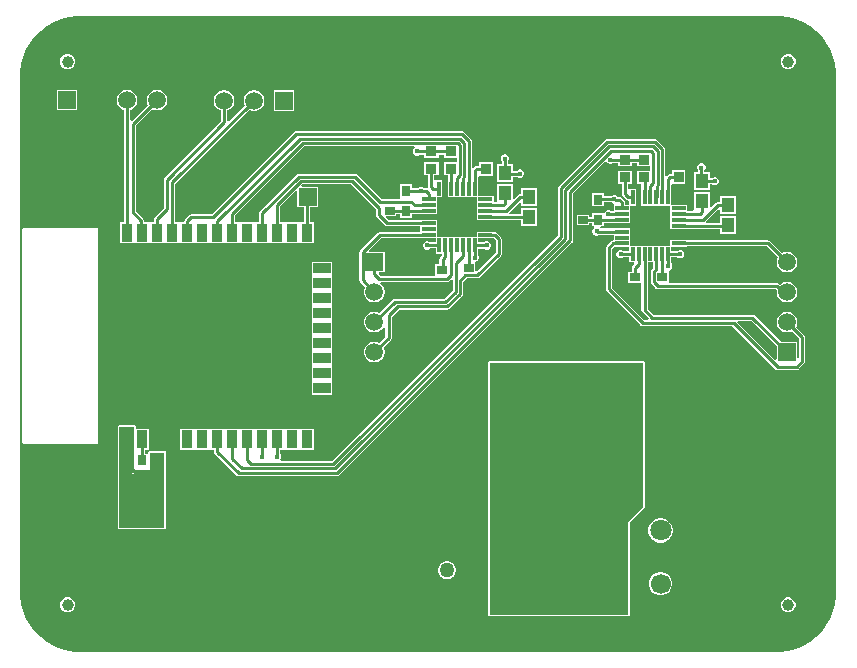
<source format=gbr>
%TF.GenerationSoftware,Altium Limited,Altium Designer,22.10.1 (41)*%
G04 Layer_Physical_Order=1*
G04 Layer_Color=255*
%FSLAX45Y45*%
%MOMM*%
%TF.SameCoordinates,C9E4A285-3493-4599-8121-F693CE24ADE7*%
%TF.FilePolarity,Positive*%
%TF.FileFunction,Copper,L1,Top,Signal*%
%TF.Part,Single*%
G01*
G75*
%TA.AperFunction,BGAPad,CuDef*%
%ADD10R,0.90000X0.90000*%
%TA.AperFunction,SMDPad,CuDef*%
%ADD11R,0.90000X1.50000*%
%ADD12R,1.50000X0.90000*%
%ADD13R,0.80000X0.90000*%
%ADD14R,3.15000X3.15000*%
%ADD15R,0.30000X1.15000*%
%ADD16R,1.15000X0.30000*%
%ADD17R,0.90000X0.70000*%
%ADD18R,1.25814X1.01213*%
%ADD19R,0.80000X0.75000*%
%ADD20R,0.65872X0.81213*%
%ADD21R,4.40000X2.50000*%
%ADD22R,0.81213X0.65872*%
%ADD23R,0.96213X0.86370*%
%ADD24R,2.40000X2.80000*%
%ADD25R,1.10000X1.25000*%
%ADD26R,0.91213X0.95872*%
%TA.AperFunction,Conductor*%
%ADD27C,0.25400*%
%TA.AperFunction,ComponentPad*%
%ADD28C,1.27000*%
%ADD29C,1.50000*%
%ADD30R,1.50000X1.50000*%
%ADD31R,1.50000X1.50000*%
%ADD32C,1.80000*%
%ADD33C,1.70000*%
%TA.AperFunction,ViaPad*%
%ADD34C,0.45000*%
%ADD35C,1.00000*%
G36*
X508000Y5384799D02*
X6400797Y5384798D01*
X6400798Y5384797D01*
X6400798Y5384798D01*
X6434094Y5384798D01*
X6500117Y5376107D01*
X6564440Y5358872D01*
X6625963Y5333388D01*
X6683634Y5300093D01*
X6736465Y5259554D01*
X6783553Y5212466D01*
X6824092Y5159635D01*
X6857389Y5101965D01*
X6882872Y5040442D01*
X6900108Y4976119D01*
X6908800Y4910096D01*
X6908799Y4876800D01*
X6908800Y508000D01*
X6908799Y507999D01*
X6908799Y474703D01*
X6900108Y408681D01*
X6882872Y344358D01*
X6857389Y282835D01*
X6824093Y225164D01*
X6783554Y172333D01*
X6736466Y125245D01*
X6683635Y84706D01*
X6625965Y51411D01*
X6564442Y25927D01*
X6500118Y8692D01*
X6434096Y0D01*
X474699D01*
X408676Y8692D01*
X344354Y25927D01*
X282831Y51411D01*
X225160Y84707D01*
X172330Y125245D01*
X125242Y172333D01*
X84704Y225164D01*
X51408Y282835D01*
X25925Y344358D01*
X8691Y408681D01*
X-0Y474704D01*
X0Y508000D01*
X0Y4864833D01*
X1Y4876796D01*
X1Y4876796D01*
X1Y4876797D01*
X0Y4876797D01*
X0Y4910093D01*
X8691Y4976116D01*
X25926Y5040439D01*
X51409Y5101963D01*
X84705Y5159634D01*
X125243Y5212466D01*
X172331Y5259554D01*
X225163Y5300093D01*
X282834Y5333389D01*
X344357Y5358873D01*
X408681Y5376108D01*
X474703Y5384800D01*
X508000Y5384799D01*
D02*
G37*
%LPC*%
G36*
X6512472Y5062700D02*
X6487528D01*
X6464483Y5053154D01*
X6446846Y5035516D01*
X6437300Y5012472D01*
Y4987528D01*
X6446846Y4964483D01*
X6464483Y4946846D01*
X6487528Y4937300D01*
X6512472D01*
X6535517Y4946846D01*
X6553154Y4964483D01*
X6562700Y4987528D01*
Y5012472D01*
X6553154Y5035516D01*
X6535517Y5053154D01*
X6512472Y5062700D01*
D02*
G37*
G36*
X412472D02*
X387528D01*
X364483Y5053154D01*
X346846Y5035516D01*
X337300Y5012472D01*
Y4987528D01*
X346846Y4964483D01*
X364483Y4946846D01*
X387528Y4937300D01*
X412472D01*
X435517Y4946846D01*
X453154Y4964483D01*
X462700Y4987528D01*
Y5012472D01*
X453154Y5035516D01*
X435517Y5053154D01*
X412472Y5062700D01*
D02*
G37*
G36*
X481400Y4761300D02*
X306000D01*
Y4585900D01*
X481400D01*
Y4761300D01*
D02*
G37*
G36*
X2319700Y4757700D02*
X2144300D01*
Y4582300D01*
X2319700D01*
Y4757700D01*
D02*
G37*
G36*
X1167246Y4761300D02*
X1144154D01*
X1121849Y4755323D01*
X1101851Y4743777D01*
X1085523Y4727449D01*
X1073977Y4707451D01*
X1068000Y4685146D01*
Y4662054D01*
X1073977Y4639749D01*
X1078094Y4632618D01*
X942698Y4497222D01*
X929998Y4502483D01*
Y4590389D01*
X935551Y4591877D01*
X955549Y4603423D01*
X971877Y4619751D01*
X983423Y4639749D01*
X989400Y4662054D01*
Y4685146D01*
X983423Y4707451D01*
X971877Y4727449D01*
X955549Y4743777D01*
X935551Y4755323D01*
X913246Y4761300D01*
X890154D01*
X867849Y4755323D01*
X847851Y4743777D01*
X831523Y4727449D01*
X819977Y4707451D01*
X814000Y4685146D01*
Y4662054D01*
X819977Y4639749D01*
X831523Y4619751D01*
X847851Y4603423D01*
X867849Y4591877D01*
X878202Y4589103D01*
Y3639700D01*
X846400D01*
Y3464300D01*
X961799D01*
Y3464300D01*
X973401D01*
Y3464300D01*
X1087700D01*
X1088800Y3464300D01*
X1100400D01*
X1101500Y3464300D01*
X1215799D01*
Y3464300D01*
X1227401D01*
Y3464300D01*
X1341700D01*
X1342800Y3464300D01*
X1354400D01*
X1355500Y3464300D01*
X1468700D01*
X1469800Y3464300D01*
X1481400D01*
X1482500Y3464300D01*
X1595700D01*
X1596800Y3464300D01*
X1608400D01*
X1609500Y3464300D01*
X1723799D01*
Y3464300D01*
X1735401D01*
Y3464300D01*
X1849700D01*
X1850800Y3464300D01*
X1862400D01*
X1863500Y3464300D01*
X1976700D01*
X1977800Y3464300D01*
X1989400D01*
X1990500Y3464300D01*
X2104799D01*
Y3464300D01*
X2116401D01*
Y3464300D01*
X2230700D01*
X2231800Y3464300D01*
X2243400D01*
X2244500Y3464300D01*
X2357700D01*
X2358800Y3464300D01*
X2370400D01*
X2371500Y3464300D01*
X2485800D01*
Y3639700D01*
X2453998D01*
Y3765480D01*
X2521020D01*
Y3940880D01*
X2383738D01*
X2378878Y3952613D01*
X2388167Y3961902D01*
X2795973D01*
X3011942Y3745933D01*
Y3698240D01*
X3013914Y3688329D01*
X3019528Y3679928D01*
X3084766Y3614689D01*
X3093168Y3609075D01*
X3103079Y3607104D01*
X3218977D01*
X3218982Y3607103D01*
X3385500D01*
Y3558898D01*
X3042279D01*
X3032368Y3556926D01*
X3023967Y3551312D01*
X2878488Y3405833D01*
X2872874Y3397432D01*
X2870902Y3387521D01*
Y3148400D01*
X2872874Y3138490D01*
X2878488Y3130088D01*
X2919594Y3088982D01*
X2915477Y3081851D01*
X2909500Y3059546D01*
Y3036454D01*
X2915477Y3014149D01*
X2927023Y2994151D01*
X2943351Y2977823D01*
X2963349Y2966277D01*
X2985654Y2960300D01*
X3008746D01*
X3031051Y2966277D01*
X3051049Y2977823D01*
X3067377Y2994151D01*
X3078923Y3014149D01*
X3084900Y3036454D01*
Y3059546D01*
X3078923Y3081851D01*
X3067377Y3101849D01*
X3051049Y3118177D01*
X3045879Y3121162D01*
X3049282Y3133862D01*
X3507702D01*
X3510920Y3133222D01*
X3611521D01*
X3621431Y3135194D01*
X3629833Y3140808D01*
X3647909Y3158883D01*
X3659642Y3154023D01*
Y3062350D01*
X3587370Y2990078D01*
X3167380D01*
X3157469Y2988106D01*
X3149068Y2982492D01*
X3038182Y2871606D01*
X3031051Y2875723D01*
X3008746Y2881700D01*
X2985654D01*
X2963349Y2875723D01*
X2943351Y2864177D01*
X2927023Y2847849D01*
X2915477Y2827851D01*
X2909500Y2805546D01*
Y2782454D01*
X2915477Y2760149D01*
X2927023Y2740151D01*
X2943351Y2723823D01*
X2963349Y2712277D01*
X2985654Y2706300D01*
X3008746D01*
X3031051Y2712277D01*
X3051049Y2723823D01*
X3067377Y2740151D01*
X3071921Y2748021D01*
X3088562Y2751443D01*
X3090682Y2749858D01*
Y2670107D01*
X3038182Y2617606D01*
X3031051Y2621723D01*
X3008746Y2627700D01*
X2985654D01*
X2963349Y2621723D01*
X2943351Y2610177D01*
X2927023Y2593849D01*
X2915477Y2573851D01*
X2909500Y2551546D01*
Y2528454D01*
X2915477Y2506149D01*
X2927023Y2486151D01*
X2943351Y2469823D01*
X2963349Y2458277D01*
X2985654Y2452300D01*
X3008746D01*
X3031051Y2458277D01*
X3051049Y2469823D01*
X3067377Y2486151D01*
X3078923Y2506149D01*
X3084900Y2528454D01*
Y2551546D01*
X3078923Y2573851D01*
X3074806Y2580982D01*
X3134892Y2641068D01*
X3140506Y2649469D01*
X3142478Y2659380D01*
Y2839153D01*
X3203507Y2900182D01*
X3613878D01*
X3623789Y2902154D01*
X3632191Y2907768D01*
X3741952Y3017529D01*
X3747566Y3025931D01*
X3749538Y3035842D01*
Y3134075D01*
X3779165Y3163702D01*
X3866340D01*
X3876250Y3165674D01*
X3884652Y3171288D01*
X4067072Y3353708D01*
X4072686Y3362110D01*
X4074658Y3372020D01*
Y3500120D01*
X4072686Y3510031D01*
X4067072Y3518433D01*
X4034193Y3551312D01*
X4025791Y3556926D01*
X4015880Y3558898D01*
X4005900D01*
Y3560700D01*
X3865500D01*
Y3513200D01*
X3525900D01*
Y3555300D01*
Y3660700D01*
X3385500D01*
Y3658898D01*
X3218986D01*
X3218981Y3658899D01*
X3113806D01*
X3092824Y3679880D01*
X3097685Y3691614D01*
X3180046D01*
Y3711352D01*
X3213740D01*
Y3677460D01*
X3319140D01*
Y3707103D01*
X3385500D01*
Y3705300D01*
X3525900D01*
Y3755300D01*
X3525900Y3851272D01*
X3525901Y3852799D01*
X3527427Y3852800D01*
X3573400Y3852800D01*
Y3993200D01*
X3518000D01*
Y3993200D01*
X3505698Y3994160D01*
Y4036777D01*
X3540607D01*
Y4148546D01*
X3418993D01*
Y4036777D01*
X3453902D01*
Y3937879D01*
X3454687Y3933935D01*
X3443257Y3926297D01*
X3442661Y3926696D01*
X3432750Y3928667D01*
X3418533D01*
X3410839Y3936361D01*
X3397902Y3941720D01*
X3383898D01*
X3370961Y3936361D01*
X3367018Y3932418D01*
X3319140D01*
Y3962860D01*
X3213740D01*
Y3847460D01*
X3204067Y3840152D01*
X3054473D01*
X2850413Y4044212D01*
X2842011Y4049826D01*
X2832100Y4051798D01*
X2357120D01*
X2347209Y4049826D01*
X2338808Y4044212D01*
X2028788Y3734192D01*
X2023174Y3725791D01*
X2021202Y3715880D01*
Y3639700D01*
X1990500D01*
X1989400Y3639700D01*
X1977800D01*
X1976700Y3639700D01*
X1863500D01*
X1862400Y3639700D01*
X1850800D01*
X1849700Y3639700D01*
X1818998D01*
Y3700073D01*
X2400867Y4281942D01*
X3336317D01*
X3338844Y4269242D01*
X3336761Y4268380D01*
X3326859Y4258478D01*
X3321500Y4245540D01*
Y4231537D01*
X3326859Y4218600D01*
X3336761Y4208698D01*
X3349698Y4203339D01*
X3363702D01*
X3376639Y4208698D01*
X3380582Y4212641D01*
X3418993D01*
Y4182654D01*
X3540607D01*
Y4212641D01*
X3584093D01*
Y4182654D01*
X3692509D01*
Y4148546D01*
X3584093D01*
Y4036777D01*
X3619803D01*
Y3993200D01*
X3618000D01*
Y3852800D01*
X3863972Y3852800D01*
X3865499Y3852799D01*
X3865500Y3851274D01*
X3865500Y3755300D01*
Y3655300D01*
X4005900D01*
Y3657102D01*
X4242300D01*
Y3609800D01*
X4377700D01*
Y3760200D01*
X4242300D01*
Y3708898D01*
X4143483D01*
X4138222Y3721598D01*
X4230567Y3813942D01*
X4242300Y3809082D01*
Y3779800D01*
X4377700D01*
Y3930200D01*
X4242300D01*
Y3877677D01*
X4231779D01*
X4221868Y3875705D01*
X4213467Y3870091D01*
X4179433Y3836058D01*
X4167700Y3840918D01*
Y3960200D01*
X4032300D01*
Y3809800D01*
X4019974Y3808898D01*
X4005900D01*
Y3860700D01*
X3874928Y3860700D01*
X3873401Y3860701D01*
X3873400Y3862226D01*
X3873400Y3993200D01*
X3871598D01*
Y4022356D01*
X3881234Y4029754D01*
X3997846D01*
Y4151025D01*
X3881234D01*
Y4116287D01*
X3860579D01*
X3850668Y4114316D01*
X3842267Y4108702D01*
X3834298Y4100733D01*
X3821598Y4105993D01*
Y4323431D01*
X3819626Y4333341D01*
X3814012Y4341743D01*
X3753403Y4402352D01*
X3745001Y4407966D01*
X3735091Y4409938D01*
X2334040D01*
X2324129Y4407966D01*
X2315728Y4402352D01*
X1619273Y3705898D01*
X1444200D01*
X1434289Y3703926D01*
X1425888Y3698312D01*
X1396109Y3668533D01*
X1390495Y3660132D01*
X1388524Y3650221D01*
Y3639700D01*
X1355500D01*
X1354400Y3639700D01*
X1342800D01*
X1341700Y3639700D01*
X1310998D01*
Y3714346D01*
X1311618Y3717463D01*
Y3966993D01*
X1937018Y4592394D01*
X1944149Y4588277D01*
X1966454Y4582300D01*
X1989546D01*
X2011851Y4588277D01*
X2031849Y4599823D01*
X2048177Y4616151D01*
X2059723Y4636149D01*
X2065700Y4658454D01*
Y4681546D01*
X2059723Y4703851D01*
X2048177Y4723849D01*
X2031849Y4740177D01*
X2011851Y4751723D01*
X1989546Y4757700D01*
X1966454D01*
X1944149Y4751723D01*
X1924151Y4740177D01*
X1907823Y4723849D01*
X1896277Y4703851D01*
X1890300Y4681546D01*
Y4658454D01*
X1896277Y4636149D01*
X1900394Y4629018D01*
X1762598Y4491222D01*
X1749898Y4496483D01*
Y4586146D01*
X1757851Y4588277D01*
X1777849Y4599823D01*
X1794177Y4616151D01*
X1805723Y4636149D01*
X1811700Y4658454D01*
Y4681546D01*
X1805723Y4703851D01*
X1794177Y4723849D01*
X1777849Y4740177D01*
X1757851Y4751723D01*
X1735546Y4757700D01*
X1712454D01*
X1690149Y4751723D01*
X1670151Y4740177D01*
X1653823Y4723849D01*
X1642277Y4703851D01*
X1636300Y4681546D01*
Y4658454D01*
X1642277Y4636149D01*
X1653823Y4616151D01*
X1670151Y4599823D01*
X1690149Y4588277D01*
X1698103Y4586146D01*
Y4494727D01*
X1221688Y4018312D01*
X1216074Y4009910D01*
X1214102Y4000000D01*
Y3760727D01*
X1139788Y3686412D01*
X1134174Y3678011D01*
X1132202Y3668100D01*
Y3639700D01*
X1101500D01*
X1100400Y3639700D01*
X1088800D01*
X1087700Y3639700D01*
X1049277D01*
Y3650221D01*
X1047306Y3660132D01*
X1041692Y3668533D01*
X975718Y3734507D01*
Y4456993D01*
X1114718Y4595994D01*
X1121849Y4591877D01*
X1144154Y4585900D01*
X1167246D01*
X1189551Y4591877D01*
X1209549Y4603423D01*
X1225877Y4619751D01*
X1237423Y4639749D01*
X1243400Y4662054D01*
Y4685146D01*
X1237423Y4707451D01*
X1225877Y4727449D01*
X1209549Y4743777D01*
X1189551Y4755323D01*
X1167246Y4761300D01*
D02*
G37*
G36*
X4109102Y4213500D02*
X4095098D01*
X4082161Y4208141D01*
X4072259Y4198239D01*
X4066900Y4185302D01*
Y4171298D01*
X4072259Y4158361D01*
X4076202Y4154418D01*
Y4130200D01*
X4032300D01*
Y3979800D01*
X4167700D01*
Y4025402D01*
X4205218D01*
X4209161Y4021459D01*
X4222098Y4016100D01*
X4236102D01*
X4249039Y4021459D01*
X4258941Y4031361D01*
X4264300Y4044298D01*
Y4058302D01*
X4258941Y4071239D01*
X4249039Y4081141D01*
X4236102Y4086500D01*
X4222098D01*
X4209161Y4081141D01*
X4205218Y4077198D01*
X4167700D01*
Y4130200D01*
X4127998D01*
Y4154418D01*
X4131941Y4158361D01*
X4137300Y4171298D01*
Y4185302D01*
X4131941Y4198239D01*
X4122039Y4208141D01*
X4109102Y4213500D01*
D02*
G37*
G36*
X5772802Y4137300D02*
X5758798D01*
X5745861Y4131941D01*
X5735959Y4122039D01*
X5730600Y4109102D01*
Y4095098D01*
X5735959Y4082161D01*
X5739902Y4078218D01*
Y4061640D01*
X5700640D01*
Y3911240D01*
X5836040D01*
Y3961902D01*
X5856218D01*
X5860161Y3957959D01*
X5873098Y3952600D01*
X5887102D01*
X5900039Y3957959D01*
X5909941Y3967861D01*
X5915300Y3980798D01*
Y3994802D01*
X5909941Y4007739D01*
X5900039Y4017641D01*
X5887102Y4023000D01*
X5873098D01*
X5860161Y4017641D01*
X5856218Y4013698D01*
X5836040D01*
Y4061640D01*
X5791698D01*
Y4078218D01*
X5795641Y4082161D01*
X5801000Y4095098D01*
Y4109102D01*
X5795641Y4122039D01*
X5785739Y4131941D01*
X5772802Y4137300D01*
D02*
G37*
G36*
X5178907Y4077426D02*
X5057293D01*
Y3965657D01*
X5092202D01*
Y3876040D01*
X5094174Y3866129D01*
X5099788Y3857728D01*
X5125827Y3831688D01*
X5134229Y3826074D01*
X5144140Y3824103D01*
X5147320D01*
X5156300Y3815122D01*
X5156300Y3789228D01*
X5156299Y3787701D01*
X5154774Y3787701D01*
X5119898Y3787700D01*
Y3806820D01*
X5117926Y3816731D01*
X5112312Y3825133D01*
X5089363Y3848082D01*
X5080961Y3853696D01*
X5071050Y3855667D01*
X5056833D01*
X5049139Y3863361D01*
X5036202Y3868720D01*
X5022198D01*
X5009261Y3863361D01*
X5005318Y3859418D01*
X4942200D01*
Y3889200D01*
X4836800D01*
Y3773800D01*
X4942200D01*
Y3807623D01*
X5005318D01*
X5009261Y3803679D01*
X5019795Y3799315D01*
X5023799Y3787700D01*
X5023800Y3787700D01*
X5023800Y3787700D01*
Y3735098D01*
X5001482D01*
X4998339Y3738241D01*
X4985402Y3743600D01*
X4971398D01*
X4958461Y3738241D01*
X4948559Y3728339D01*
X4942200Y3719200D01*
X4836800D01*
Y3684407D01*
X4815806D01*
Y3704145D01*
X4709194D01*
Y3612874D01*
X4815806D01*
Y3632612D01*
X4836800D01*
Y3603800D01*
X4853893D01*
X4857221Y3595031D01*
X4857580Y3591100D01*
X4848499Y3582019D01*
X4843140Y3569082D01*
Y3555078D01*
X4848499Y3542141D01*
X4858401Y3532239D01*
X4871338Y3526880D01*
X4885342D01*
X4898279Y3532239D01*
X4900682Y3534642D01*
X5023800D01*
Y3485898D01*
X5017020D01*
X5007110Y3483926D01*
X4998708Y3478313D01*
X4962628Y3442232D01*
X4957014Y3433831D01*
X4955042Y3423920D01*
Y3075940D01*
X4957014Y3066029D01*
X4962628Y3057628D01*
X5249648Y2770608D01*
X5258049Y2764994D01*
X5267960Y2763022D01*
X6026853D01*
X6392648Y2397228D01*
X6401049Y2391614D01*
X6410960Y2389642D01*
X6570980D01*
X6580891Y2391614D01*
X6589292Y2397228D01*
X6637552Y2445488D01*
X6643166Y2453889D01*
X6645138Y2463800D01*
Y2664460D01*
X6643166Y2674371D01*
X6637552Y2682772D01*
X6567306Y2753018D01*
X6571423Y2760149D01*
X6577400Y2782454D01*
Y2805546D01*
X6571423Y2827851D01*
X6559877Y2847849D01*
X6543549Y2864177D01*
X6523551Y2875723D01*
X6501246Y2881700D01*
X6478154D01*
X6455849Y2875723D01*
X6435851Y2864177D01*
X6419523Y2847849D01*
X6407977Y2827851D01*
X6402000Y2805546D01*
Y2782454D01*
X6407977Y2760149D01*
X6419523Y2740151D01*
X6435851Y2723823D01*
X6455849Y2712277D01*
X6478154Y2706300D01*
X6501246D01*
X6523551Y2712277D01*
X6530682Y2716394D01*
X6593342Y2653733D01*
Y2482321D01*
X6590100Y2480056D01*
X6577400Y2486677D01*
Y2627700D01*
X6438625D01*
X6215853Y2850472D01*
X6207451Y2856085D01*
X6197541Y2858057D01*
X5359908D01*
X5309898Y2908067D01*
Y3299800D01*
X5358102D01*
Y3251389D01*
X5346887Y3240174D01*
X5341273Y3231772D01*
X5339302Y3221861D01*
Y3130819D01*
X5341273Y3120908D01*
X5346887Y3112507D01*
X5376376Y3083017D01*
X5384778Y3077404D01*
X5394689Y3075432D01*
X6391926D01*
X6403228Y3064130D01*
X6402000Y3059546D01*
Y3036454D01*
X6407977Y3014149D01*
X6419523Y2994151D01*
X6435851Y2977823D01*
X6455849Y2966277D01*
X6478154Y2960300D01*
X6501246D01*
X6523551Y2966277D01*
X6543549Y2977823D01*
X6559877Y2994151D01*
X6571423Y3014149D01*
X6577400Y3036454D01*
Y3059546D01*
X6571423Y3081851D01*
X6559877Y3101849D01*
X6543549Y3118177D01*
X6523551Y3129723D01*
X6501246Y3135700D01*
X6478154D01*
X6455849Y3129723D01*
X6435851Y3118177D01*
X6429141Y3111467D01*
X6420966Y3119642D01*
X6412564Y3125256D01*
X6402653Y3127227D01*
X5505415D01*
X5493300Y3128640D01*
Y3224040D01*
X5493300Y3224040D01*
X5497923Y3234825D01*
X5503799Y3237259D01*
X5513701Y3247161D01*
X5519060Y3260098D01*
Y3274102D01*
X5513701Y3287039D01*
X5513072Y3287668D01*
X5511700Y3299800D01*
X5511700Y3299801D01*
X5511700Y3299801D01*
Y3322699D01*
X5512198Y3325200D01*
X5511700Y3327702D01*
Y3344033D01*
X5562948D01*
X5566961Y3340019D01*
X5579898Y3334661D01*
X5593902D01*
X5606839Y3340019D01*
X5616741Y3349921D01*
X5622100Y3362859D01*
Y3376862D01*
X5616741Y3389799D01*
X5606839Y3399701D01*
X5593902Y3405060D01*
X5579898D01*
X5566961Y3399701D01*
X5563088Y3395828D01*
X5520680D01*
X5511700Y3404808D01*
X5511700Y3430772D01*
X5511701Y3432299D01*
X5513226Y3432300D01*
X5644200Y3432300D01*
Y3434103D01*
X6320973D01*
X6412094Y3342982D01*
X6407977Y3335851D01*
X6402000Y3313546D01*
Y3290454D01*
X6407977Y3268149D01*
X6419523Y3248151D01*
X6435851Y3231823D01*
X6455849Y3220277D01*
X6478154Y3214300D01*
X6501246D01*
X6523551Y3220277D01*
X6543549Y3231823D01*
X6559877Y3248151D01*
X6571423Y3268149D01*
X6577400Y3290454D01*
Y3313546D01*
X6571423Y3335851D01*
X6559877Y3355849D01*
X6543549Y3372177D01*
X6523551Y3383723D01*
X6501246Y3389700D01*
X6478154D01*
X6455849Y3383723D01*
X6448718Y3379606D01*
X6350012Y3478313D01*
X6341610Y3483926D01*
X6331700Y3485898D01*
X5644200D01*
Y3487700D01*
X5503800D01*
X5503800Y3441728D01*
X5503799Y3440201D01*
X5502273Y3440201D01*
X5164200Y3440200D01*
Y3482300D01*
Y3587700D01*
X5023800D01*
Y3586438D01*
X4909905D01*
X4905007Y3590467D01*
X4904618Y3591100D01*
X4911719Y3603800D01*
X4942200D01*
Y3633357D01*
X5023800D01*
Y3632300D01*
X5164200D01*
Y3682300D01*
X5164200Y3778272D01*
X5164201Y3779799D01*
X5165727Y3779800D01*
X5211700Y3779800D01*
Y3920200D01*
X5156300D01*
Y3920200D01*
X5143998Y3921160D01*
Y3965657D01*
X5178907D01*
Y4077426D01*
D02*
G37*
G36*
X5374640Y4346438D02*
X4964617D01*
X4954706Y4344466D01*
X4946305Y4338852D01*
X4556228Y3948775D01*
X4550614Y3940374D01*
X4548642Y3930463D01*
Y3891280D01*
Y3527170D01*
X2639950Y1618478D01*
X2206638D01*
X2201378Y1631178D01*
X2203941Y1633741D01*
X2209300Y1646678D01*
Y1660682D01*
X2203941Y1673619D01*
X2199998Y1677562D01*
Y1714300D01*
X2230700D01*
X2231800Y1714300D01*
X2243400D01*
X2244500Y1714300D01*
X2357700D01*
X2358800Y1714300D01*
X2370400D01*
X2371500Y1714300D01*
X2485800D01*
Y1889700D01*
X2371500D01*
X2370400Y1889700D01*
X2358800D01*
X2357700Y1889700D01*
X2244500D01*
X2243400Y1889700D01*
X2231800D01*
X2230700Y1889700D01*
X2117500D01*
X2116400Y1889700D01*
X2104800D01*
X2103700Y1889700D01*
X1989401D01*
Y1889700D01*
X1977799D01*
Y1889700D01*
X1862401D01*
Y1889700D01*
X1850799D01*
Y1889700D01*
X1735401D01*
Y1889700D01*
X1723799D01*
Y1889700D01*
X1609500D01*
X1608400Y1889700D01*
X1596800D01*
X1595700Y1889700D01*
X1482500D01*
X1481400Y1889700D01*
X1469800D01*
X1468700Y1889700D01*
X1354400D01*
Y1714300D01*
X1468700D01*
X1469800Y1714300D01*
X1481400D01*
X1482500Y1714300D01*
X1595700D01*
X1596800Y1714300D01*
X1608400D01*
X1609500Y1714300D01*
X1640202D01*
Y1696860D01*
X1642174Y1686950D01*
X1647788Y1678548D01*
X1828268Y1498068D01*
X1836670Y1492454D01*
X1846580Y1490482D01*
X2682240D01*
X2692151Y1492454D01*
X2700552Y1498068D01*
X4669052Y3466568D01*
X4674666Y3474969D01*
X4676638Y3484880D01*
Y3888173D01*
X4948067Y4159602D01*
X4961863Y4155437D01*
X4965159Y4147480D01*
X4975061Y4137578D01*
X4987998Y4132219D01*
X5002002D01*
X5014939Y4137578D01*
X5018882Y4141521D01*
X5057293D01*
Y4111534D01*
X5178907D01*
Y4141521D01*
X5222393D01*
Y4111534D01*
X5330809D01*
Y4077426D01*
X5222393D01*
Y3965657D01*
X5258103D01*
Y3920200D01*
X5256300D01*
Y3779800D01*
X5502272Y3779800D01*
X5503799Y3779799D01*
X5503800Y3778274D01*
X5503800Y3682300D01*
Y3582300D01*
X5644200D01*
Y3584103D01*
X5919080D01*
Y3540580D01*
X6054480D01*
Y3690980D01*
X5919080D01*
Y3635898D01*
X5808843D01*
X5803583Y3648598D01*
X5906380Y3751395D01*
X5919080Y3746135D01*
Y3710580D01*
X6054480D01*
Y3860980D01*
X5919080D01*
Y3813038D01*
X5905500D01*
X5895589Y3811066D01*
X5887188Y3805452D01*
X5847773Y3766038D01*
X5836040Y3770898D01*
Y3891640D01*
X5700640D01*
Y3741240D01*
X5690153Y3735898D01*
X5644200D01*
Y3787700D01*
X5513228Y3787701D01*
X5511701Y3787701D01*
X5511700Y3789227D01*
X5511700Y3920200D01*
X5509898D01*
Y3950361D01*
X5514454Y3961174D01*
X5631066D01*
Y4082445D01*
X5514454D01*
Y4047707D01*
X5502629D01*
X5492719Y4045736D01*
X5484317Y4040122D01*
X5472598Y4028402D01*
X5459898Y4033663D01*
Y4261180D01*
X5457926Y4271091D01*
X5452312Y4279492D01*
X5392952Y4338852D01*
X5384551Y4344466D01*
X5374640Y4346438D01*
D02*
G37*
G36*
X774700Y3580298D02*
X764789Y3578326D01*
X756388Y3572712D01*
X750774Y3564311D01*
X748802Y3554400D01*
X750774Y3544489D01*
X756388Y3536088D01*
X758788Y3533688D01*
X767189Y3528074D01*
X777100Y3526102D01*
X787011Y3528074D01*
X795412Y3533688D01*
X801026Y3542089D01*
X802998Y3552000D01*
X801026Y3561911D01*
X795412Y3570312D01*
X793012Y3572712D01*
X784611Y3578326D01*
X774700Y3580298D01*
D02*
G37*
G36*
X2640800Y3306200D02*
X2465400D01*
Y3191900D01*
X2465400Y3190800D01*
Y3179200D01*
X2465400Y3178100D01*
Y3064900D01*
X2465400Y3063800D01*
Y3052200D01*
X2465400Y3051100D01*
Y2937900D01*
X2465400Y2936800D01*
Y2925200D01*
X2465400Y2924100D01*
Y2810900D01*
X2465400Y2809800D01*
Y2798200D01*
X2465400Y2797100D01*
Y2683900D01*
X2465400Y2682800D01*
Y2671200D01*
X2465400Y2670100D01*
Y2556900D01*
X2465400Y2555800D01*
Y2544200D01*
X2465400Y2543100D01*
Y2429900D01*
X2465400Y2428800D01*
Y2417200D01*
X2465400Y2416100D01*
Y2302900D01*
X2465400Y2301800D01*
Y2290200D01*
X2465400Y2289100D01*
Y2174800D01*
X2640800D01*
Y2289100D01*
X2640800Y2290200D01*
Y2301800D01*
X2640800Y2302900D01*
Y2416100D01*
X2640800Y2417200D01*
Y2428800D01*
X2640800Y2429900D01*
Y2543100D01*
X2640800Y2544200D01*
Y2555800D01*
X2640800Y2556900D01*
Y2670100D01*
X2640800Y2671200D01*
Y2682800D01*
X2640800Y2683900D01*
Y2797100D01*
X2640800Y2798200D01*
Y2809800D01*
X2640800Y2810900D01*
Y2924100D01*
X2640800Y2925200D01*
Y2936800D01*
X2640800Y2937900D01*
Y3051100D01*
X2640800Y3052200D01*
Y3063800D01*
X2640800Y3064900D01*
Y3178100D01*
X2640800Y3179200D01*
Y3190800D01*
X2640800Y3191900D01*
Y3306200D01*
D02*
G37*
G36*
X647206Y3590747D02*
X28206D01*
X18486Y3586721D01*
X14459Y3577001D01*
Y1777001D01*
X18486Y1767280D01*
X28206Y1763254D01*
X647206D01*
X656926Y1767280D01*
X660952Y1777001D01*
Y3577001D01*
X656926Y3586721D01*
X647206Y3590747D01*
D02*
G37*
G36*
X965200Y1918746D02*
X838200D01*
X828480Y1914720D01*
X824454Y1905000D01*
Y1518726D01*
X824901Y1517646D01*
Y1393194D01*
X824454Y1392114D01*
Y1054100D01*
X828480Y1044380D01*
X838200Y1040354D01*
X1219200D01*
X1228920Y1044380D01*
X1232946Y1054100D01*
Y1689100D01*
X1228920Y1698820D01*
X1219200Y1702846D01*
X1094740D01*
X1085020Y1698820D01*
X1080994Y1689100D01*
Y1686685D01*
X1075245Y1676366D01*
X1055507D01*
Y1714300D01*
X1088800D01*
Y1889700D01*
X978946D01*
Y1905000D01*
X974920Y1914720D01*
X965200Y1918746D01*
D02*
G37*
G36*
X5433521Y1132700D02*
X5406479D01*
X5380359Y1125701D01*
X5356941Y1112180D01*
X5337820Y1093059D01*
X5324299Y1069641D01*
X5317300Y1043521D01*
Y1016479D01*
X5324299Y990359D01*
X5337820Y966941D01*
X5356941Y947820D01*
X5380359Y934299D01*
X5406479Y927300D01*
X5433521D01*
X5459641Y934299D01*
X5483059Y947820D01*
X5502181Y966941D01*
X5515701Y990359D01*
X5522700Y1016479D01*
Y1043521D01*
X5515701Y1069641D01*
X5502181Y1093059D01*
X5483059Y1112180D01*
X5459641Y1125701D01*
X5433521Y1132700D01*
D02*
G37*
G36*
X3621912Y769620D02*
X3601848D01*
X3582468Y764427D01*
X3565092Y754395D01*
X3550905Y740208D01*
X3540873Y722832D01*
X3535680Y703452D01*
Y683388D01*
X3540873Y664008D01*
X3550905Y646632D01*
X3565092Y632445D01*
X3582468Y622413D01*
X3601848Y617220D01*
X3621912D01*
X3641292Y622413D01*
X3658668Y632445D01*
X3672855Y646632D01*
X3682887Y664008D01*
X3688080Y683388D01*
Y703452D01*
X3682887Y722832D01*
X3672855Y740208D01*
X3658668Y754395D01*
X3641292Y764427D01*
X3621912Y769620D01*
D02*
G37*
G36*
X5432862Y677700D02*
X5407138D01*
X5382289Y671042D01*
X5360011Y658179D01*
X5341821Y639989D01*
X5328958Y617710D01*
X5322300Y592862D01*
Y567138D01*
X5328958Y542289D01*
X5341821Y520011D01*
X5360011Y501820D01*
X5382289Y488958D01*
X5407138Y482300D01*
X5432862D01*
X5457711Y488958D01*
X5479989Y501820D01*
X5498180Y520011D01*
X5511042Y542289D01*
X5517700Y567138D01*
Y592862D01*
X5511042Y617710D01*
X5498180Y639989D01*
X5479989Y658179D01*
X5457711Y671042D01*
X5432862Y677700D01*
D02*
G37*
G36*
X6512472Y462700D02*
X6487528D01*
X6464483Y453154D01*
X6446846Y435517D01*
X6437300Y412472D01*
Y387528D01*
X6446846Y364483D01*
X6464483Y346846D01*
X6487528Y337300D01*
X6512472D01*
X6535517Y346846D01*
X6553154Y364483D01*
X6562700Y387528D01*
Y412472D01*
X6553154Y435517D01*
X6535517Y453154D01*
X6512472Y462700D01*
D02*
G37*
G36*
X412472D02*
X387528D01*
X364483Y453154D01*
X346846Y435517D01*
X337300Y412472D01*
Y387528D01*
X346846Y364483D01*
X364483Y346846D01*
X387528Y337300D01*
X412472D01*
X435517Y346846D01*
X453154Y364483D01*
X462700Y387528D01*
Y412472D01*
X453154Y435517D01*
X435517Y453154D01*
X412472Y462700D01*
D02*
G37*
G36*
X5270500Y2464846D02*
X3975100D01*
X3965380Y2460820D01*
X3961354Y2451100D01*
Y317500D01*
X3965380Y307780D01*
X3975100Y303754D01*
X5143500D01*
X5153220Y307780D01*
X5157246Y317500D01*
Y1099206D01*
X5280220Y1222180D01*
X5284247Y1231900D01*
X5284246Y1231901D01*
Y2451100D01*
X5280220Y2460820D01*
X5270500Y2464846D01*
D02*
G37*
%LPD*%
G36*
X2345620Y3902762D02*
Y3765480D01*
X2402202D01*
Y3639700D01*
X2371500D01*
X2370400Y3639700D01*
X2358800D01*
X2357700Y3639700D01*
X2244500D01*
X2243400Y3639700D01*
X2231800D01*
X2230700Y3639700D01*
X2199998D01*
Y3773733D01*
X2333887Y3907622D01*
X2345620Y3902762D01*
D02*
G37*
G36*
X3385500Y3505300D02*
X3518000D01*
Y3468968D01*
X3466752D01*
X3462739Y3472981D01*
X3449802Y3478340D01*
X3435798D01*
X3422861Y3472981D01*
X3412959Y3463079D01*
X3407600Y3450142D01*
Y3436138D01*
X3412959Y3423201D01*
X3422861Y3413299D01*
X3435798Y3407940D01*
X3449802D01*
X3462739Y3413299D01*
X3466612Y3417173D01*
X3518000D01*
Y3372800D01*
X3569802D01*
Y3357507D01*
X3555468Y3343172D01*
X3549854Y3334771D01*
X3547882Y3324860D01*
Y3282460D01*
X3513540D01*
Y3197958D01*
X3510560Y3186715D01*
X3501421Y3185658D01*
X3048567D01*
X3032625Y3201600D01*
X3037885Y3214300D01*
X3084900D01*
Y3389700D01*
X2952197D01*
X2947337Y3401433D01*
X3053006Y3507102D01*
X3385500D01*
Y3505300D01*
D02*
G37*
G36*
X4005900Y3505300D02*
Y3505300D01*
X4014833Y3497423D01*
X4022862Y3489393D01*
Y3382747D01*
X3865160Y3225045D01*
X3852460Y3230305D01*
Y3297700D01*
X3859150Y3307629D01*
X3865499Y3310259D01*
X3875401Y3320161D01*
X3880760Y3333098D01*
Y3347102D01*
X3875401Y3360039D01*
X3874772Y3360668D01*
X3873400Y3372800D01*
X3873400Y3372800D01*
X3873400Y3372801D01*
Y3416962D01*
X3924578D01*
X3928591Y3412949D01*
X3941528Y3407590D01*
X3955532D01*
X3968469Y3412949D01*
X3978371Y3422851D01*
X3983730Y3435788D01*
Y3449792D01*
X3978371Y3462729D01*
X3968469Y3472631D01*
X3955532Y3477990D01*
X3941528D01*
X3928591Y3472631D01*
X3924718Y3468758D01*
X3873400D01*
Y3505300D01*
X4005900D01*
X4005900Y3505300D01*
D02*
G37*
G36*
X5156300Y3395968D02*
X5105052D01*
X5101039Y3399981D01*
X5088102Y3405340D01*
X5074098D01*
X5061161Y3399981D01*
X5051259Y3390079D01*
X5045900Y3377142D01*
Y3363139D01*
X5051259Y3350201D01*
X5061161Y3340299D01*
X5074098Y3334940D01*
X5088102D01*
X5101039Y3340299D01*
X5104912Y3344173D01*
X5156300D01*
Y3299800D01*
X5190855D01*
X5196116Y3287100D01*
X5181848Y3272833D01*
X5176235Y3264431D01*
X5174263Y3254521D01*
Y3221500D01*
X5141680D01*
Y3126100D01*
X5257079D01*
X5258103Y3113824D01*
Y2897340D01*
X5260074Y2887430D01*
X5265688Y2879028D01*
X5318165Y2826551D01*
X5313304Y2814818D01*
X5278687D01*
X5006838Y3086667D01*
Y3413193D01*
X5025945Y3432300D01*
X5156300D01*
Y3395968D01*
D02*
G37*
G36*
X6402000Y2591075D02*
Y2477718D01*
X6390267Y2472858D01*
X6068596Y2794528D01*
X6073457Y2806262D01*
X6186814D01*
X6402000Y2591075D01*
D02*
G37*
G36*
X965200Y1549400D02*
X975360Y1539240D01*
X1094740D01*
Y1689100D01*
X1219200D01*
Y1054100D01*
X838200D01*
Y1392114D01*
X838648D01*
Y1518726D01*
X838200D01*
Y1905000D01*
X965200D01*
Y1549400D01*
D02*
G37*
%LPC*%
G36*
X904100Y1827898D02*
X894189Y1825926D01*
X885788Y1820312D01*
X884297Y1818822D01*
X878683Y1810420D01*
X876712Y1800509D01*
X878683Y1790599D01*
X884297Y1782197D01*
X892699Y1776583D01*
X902609Y1774612D01*
X912520Y1776583D01*
X920922Y1782197D01*
X922412Y1783688D01*
X928026Y1792089D01*
X929998Y1802000D01*
X928026Y1811911D01*
X922412Y1820312D01*
X914011Y1825926D01*
X904100Y1827898D01*
D02*
G37*
G36*
X954033Y1516911D02*
X944122Y1514940D01*
X935720Y1509326D01*
X900127Y1473732D01*
X894513Y1465331D01*
X892542Y1455420D01*
X894513Y1445509D01*
X900127Y1437108D01*
X908529Y1431494D01*
X918439Y1429522D01*
X928350Y1431494D01*
X936752Y1437108D01*
X972345Y1472701D01*
X977959Y1481103D01*
X979930Y1491013D01*
X977959Y1500924D01*
X972345Y1509326D01*
X963943Y1514940D01*
X954033Y1516911D01*
D02*
G37*
%LPD*%
G36*
X5270500Y1231900D02*
X5143500Y1104900D01*
Y317500D01*
X3975100D01*
Y2451100D01*
X5270500D01*
Y1231900D01*
D02*
G37*
D10*
X1409100Y2667000D02*
D03*
X1549100D02*
D03*
X1689100D02*
D03*
Y2387000D02*
D03*
X1549100D02*
D03*
X1409100D02*
D03*
X1689100Y2527000D02*
D03*
X1549100D02*
D03*
X1409100D02*
D03*
D11*
X777100Y3552000D02*
D03*
X904100D02*
D03*
X1031100D02*
D03*
X1158100D02*
D03*
X1285100D02*
D03*
X1412100D02*
D03*
X1539100D02*
D03*
X1666100D02*
D03*
X1793100D02*
D03*
X1920100D02*
D03*
X2047100D02*
D03*
X2174100D02*
D03*
X2301100D02*
D03*
X2428100D02*
D03*
Y1802000D02*
D03*
X2301100D02*
D03*
X2174100D02*
D03*
X2047100D02*
D03*
X1920100D02*
D03*
X1793100D02*
D03*
X1666100D02*
D03*
X1539100D02*
D03*
X1412100D02*
D03*
X1285100D02*
D03*
X1158100D02*
D03*
X1031100D02*
D03*
X777100D02*
D03*
X904100D02*
D03*
D12*
X2553100Y3248500D02*
D03*
Y3121500D02*
D03*
Y2994500D02*
D03*
Y2867500D02*
D03*
Y2740500D02*
D03*
Y2613500D02*
D03*
Y2486500D02*
D03*
Y2359500D02*
D03*
Y2232500D02*
D03*
Y2105500D02*
D03*
D13*
X4889500Y3661500D02*
D03*
Y3831500D02*
D03*
X3266440Y3735160D02*
D03*
Y3905160D02*
D03*
D14*
X5334000Y3610000D02*
D03*
X3695700Y3683000D02*
D03*
D15*
X5484000Y3370000D02*
D03*
X5434000D02*
D03*
X5384000D02*
D03*
X5334000D02*
D03*
X5284000D02*
D03*
X5234000D02*
D03*
X5184000D02*
D03*
Y3850000D02*
D03*
X5234000D02*
D03*
X5284000D02*
D03*
X5334000D02*
D03*
X5384000D02*
D03*
X5434000D02*
D03*
X5484000D02*
D03*
X3845700Y3923000D02*
D03*
X3795700D02*
D03*
X3745700D02*
D03*
X3695700D02*
D03*
X3645700D02*
D03*
X3595700D02*
D03*
X3545700D02*
D03*
Y3443000D02*
D03*
X3595700D02*
D03*
X3645700D02*
D03*
X3695700D02*
D03*
X3745700D02*
D03*
X3795700D02*
D03*
X3845700D02*
D03*
D16*
X5094000Y3460000D02*
D03*
Y3510000D02*
D03*
Y3560000D02*
D03*
Y3610000D02*
D03*
Y3660000D02*
D03*
Y3710000D02*
D03*
Y3760000D02*
D03*
X5574000D02*
D03*
Y3710000D02*
D03*
Y3660000D02*
D03*
Y3610000D02*
D03*
Y3560000D02*
D03*
Y3510000D02*
D03*
Y3460000D02*
D03*
X3935700Y3533000D02*
D03*
Y3583000D02*
D03*
Y3633000D02*
D03*
Y3683000D02*
D03*
Y3733000D02*
D03*
Y3783000D02*
D03*
Y3833000D02*
D03*
X3455700D02*
D03*
Y3783000D02*
D03*
Y3733000D02*
D03*
Y3683000D02*
D03*
Y3633000D02*
D03*
Y3583000D02*
D03*
Y3533000D02*
D03*
D17*
X5435600Y3176340D02*
D03*
Y3026340D02*
D03*
X5199380Y3023800D02*
D03*
Y3173800D02*
D03*
X3571240Y3234760D02*
D03*
Y3084760D02*
D03*
X3794760Y3100000D02*
D03*
Y3250000D02*
D03*
D18*
X918439Y1455420D02*
D03*
X763041D02*
D03*
D19*
X900500Y1623060D02*
D03*
X750500D02*
D03*
D20*
X1164951D02*
D03*
X1029609D02*
D03*
D21*
X4964800Y2197100D02*
D03*
X5804800D02*
D03*
X3580500Y1727200D02*
D03*
X4420500D02*
D03*
D22*
X4762500Y3658509D02*
D03*
Y3793851D02*
D03*
X3126740Y3872591D02*
D03*
Y3737249D02*
D03*
D23*
X5283200Y4167419D02*
D03*
Y4021541D02*
D03*
X5118100D02*
D03*
Y4167419D02*
D03*
X3644900Y4092661D02*
D03*
Y4238539D02*
D03*
X3479800Y4092661D02*
D03*
Y4238539D02*
D03*
D24*
X5990000Y1190000D02*
D03*
X4850000D02*
D03*
X5990000Y580000D02*
D03*
X4850000D02*
D03*
D25*
X4310000Y3855000D02*
D03*
Y3685000D02*
D03*
X4100000Y3885000D02*
D03*
Y4055000D02*
D03*
X5986780Y3785780D02*
D03*
Y3615780D02*
D03*
X5768340Y3816440D02*
D03*
Y3986440D02*
D03*
D26*
X3939540Y4090389D02*
D03*
Y4235731D02*
D03*
X5572760Y4021809D02*
D03*
Y4167151D02*
D03*
D27*
X5769840Y3987800D02*
X5880100D01*
X5768480Y3986440D02*
X5769840Y3987800D01*
X5765800Y3989120D02*
X5768410Y3986510D01*
X5765800Y3989120D02*
Y4102100D01*
X4102100Y4057100D02*
Y4178300D01*
X4100070Y4055070D02*
X4102100Y4057100D01*
X4103700Y4051300D02*
X4229100D01*
X4100070Y4054930D02*
X4103700Y4051300D01*
X5284000Y2897340D02*
Y3370000D01*
Y2897340D02*
X5349181Y2832159D01*
X6197541D01*
X4980940Y3075940D02*
Y3423920D01*
Y3075940D02*
X5267960Y2788920D01*
X6037580D01*
X6410960Y2415540D01*
X6570980D01*
X5118100Y4167419D02*
X5283200D01*
X5118100Y3876040D02*
Y4021541D01*
Y3876040D02*
X5144140Y3850000D01*
X5184000D01*
X5283200Y4021541D02*
X5284000Y4020741D01*
Y3850000D02*
Y4020741D01*
X5356707Y3967835D02*
Y4229461D01*
X5394807Y3952054D02*
Y4245242D01*
X5386300Y3852300D02*
Y3943547D01*
X5384000Y3850000D02*
X5386300Y3852300D01*
X5334000Y3945129D02*
X5356707Y3967835D01*
X5334000Y3850000D02*
Y3945129D01*
X5386300Y3943547D02*
X5394807Y3952054D01*
X4980398Y4282440D02*
X5019582D01*
X4574540Y3930463D02*
X4964617Y4320540D01*
X4574540Y3891280D02*
Y3930463D01*
X4612640Y3914682D02*
X4980398Y4282440D01*
X4650740Y3484880D02*
Y3898900D01*
X4612640Y3875498D02*
Y3914682D01*
X4964617Y4320540D02*
X5003800D01*
X4650740Y3898900D02*
X4996180Y4244340D01*
X5341828D01*
X4995000Y4167419D02*
X5118100D01*
X3479800Y4238539D02*
X3644900D01*
X3356700D02*
X3479800D01*
X4891520Y3833520D02*
X5029200D01*
X4889500Y3831500D02*
X4891520Y3833520D01*
X4762500Y3658509D02*
X4886509D01*
X4889500Y3661500D01*
X5093254Y3659255D02*
X5094000Y3660000D01*
X4905485Y3659255D02*
X5093254D01*
X4904740Y3658509D02*
X4905485Y3659255D01*
X4897120Y3658509D02*
X4904740D01*
X4889951D02*
X4897120D01*
X4889500Y3658960D02*
X4889951Y3658509D01*
X5094000Y3760000D02*
Y3806820D01*
X5032950Y3829770D02*
X5071050D01*
X5094000Y3806820D01*
X3432750Y3902770D02*
X3455700Y3879820D01*
X3394650Y3902770D02*
X3432750D01*
X3455700Y3833000D02*
Y3879820D01*
X3266440Y3905160D02*
X3267800Y3906520D01*
X3390900D02*
X3394650Y3902770D01*
X3267800Y3906520D02*
X3390900D01*
X3037840Y3698240D02*
Y3756660D01*
Y3698240D02*
X3103079Y3633001D01*
X3218981D01*
X2806700Y3987800D02*
X3037840Y3756660D01*
X2377440Y3987800D02*
X2806700D01*
X2832100Y4025900D02*
X3043745Y3814255D01*
X2357120Y4025900D02*
X2832100D01*
X3043745Y3814255D02*
X3308266D01*
X2174100Y3784460D02*
X2377440Y3987800D01*
X2047100Y3715880D02*
X2357120Y4025900D01*
X2428100Y3552000D02*
Y3847960D01*
X2433320Y3853180D01*
X3308266Y3814255D02*
X3339521Y3783000D01*
X2174100Y3552000D02*
Y3784460D01*
X3613878Y2926080D02*
X3723640Y3035842D01*
Y3144802D01*
X3192780Y2926080D02*
X3613878D01*
X3167380Y2964180D02*
X3598097D01*
X3685540Y3051623D01*
Y3294380D01*
X4048760Y3372020D02*
Y3500120D01*
X3935700Y3533000D02*
X4015880D01*
X4048760Y3500120D01*
X3866340Y3189600D02*
X4048760Y3372020D01*
X3768438Y3189600D02*
X3866340D01*
X3845700Y3442860D02*
X3948460D01*
X5484070Y3369930D02*
X5586830D01*
X5483930Y3267170D02*
Y3369930D01*
X5081170Y3370070D02*
X5183930D01*
X5017020Y3460000D02*
X5094000D01*
X4980940Y3423920D02*
X5017020Y3460000D01*
X3442870Y3443070D02*
X3545630D01*
X3845630Y3442930D02*
X3845700Y3443000D01*
X3845560Y3340100D02*
X3845630Y3340170D01*
Y3442930D01*
X4878340Y3562080D02*
X4879880Y3560540D01*
X5093460D01*
X2174100Y1653680D02*
Y1802000D01*
X5093460Y3560540D02*
X5094000Y3560000D01*
X904100Y3552000D02*
Y4671200D01*
X1666100Y1696860D02*
X1846580Y1516380D01*
X1666100Y1696860D02*
Y1802000D01*
X1793100Y1635900D02*
Y1802000D01*
X1920100Y1628280D02*
Y1802000D01*
X1158100Y3552000D02*
Y3668100D01*
X1240000Y3750000D01*
X1793100Y3552000D02*
Y3710800D01*
X2390140Y4307840D01*
X1023379Y3559721D02*
Y3650221D01*
X949820Y3723780D02*
X1023379Y3650221D01*
X2047100Y3552000D02*
Y3715880D01*
X1630000Y3680000D02*
X2334040Y4384040D01*
X1667863Y3650221D02*
X2363582Y4345940D01*
X2047100Y1802000D02*
X2047240Y1801860D01*
Y1653540D02*
Y1801860D01*
X1029609Y1623060D02*
Y1800509D01*
X1285100Y3552000D02*
Y3716843D01*
X774700Y3554400D02*
X777100Y3552000D01*
X902609Y1800509D02*
X904100Y1802000D01*
X1666100Y3552000D02*
X1667863Y3553763D01*
Y3650221D01*
X1023379Y3559721D02*
X1031100Y3552000D01*
X1412100D02*
X1414421Y3554321D01*
Y3650221D01*
X1444200Y3680000D01*
X1630000D01*
X1029609Y1800509D02*
X1031100Y1802000D01*
X1285720Y3977720D02*
X1978000Y4670000D01*
X1285720Y3717463D02*
Y3977720D01*
X1285100Y3716843D02*
X1285720Y3717463D01*
X3745700Y3923000D02*
Y4012367D01*
X3757600Y4024267D01*
Y4307649D01*
X3719309Y4345940D02*
X3757600Y4307649D01*
X2363582Y4345940D02*
X3719309D01*
X3795700Y3923000D02*
Y4323431D01*
X3735091Y4384040D02*
X3795700Y4323431D01*
X2334040Y4384040D02*
X3735091D01*
X3339521Y3783000D02*
X3455700D01*
X3218982Y3633000D02*
X3455700D01*
X3218981Y3633001D02*
X3218982Y3633000D01*
X949820Y4467720D02*
X1155700Y4673600D01*
X949820Y3723780D02*
Y4467720D01*
X3695700Y3923000D02*
Y4016249D01*
X3718407Y4038955D01*
Y4292961D01*
X3703528Y4307840D02*
X3718407Y4292961D01*
X2390140Y4307840D02*
X3703528D01*
X1724000Y4484000D02*
Y4670000D01*
X1240000Y4000000D02*
X1724000Y4484000D01*
X1240000Y3750000D02*
Y4000000D01*
X1920100Y1628280D02*
X1955800Y1592580D01*
X2650677D01*
X4574540Y3516443D01*
Y3891280D01*
X5003800Y4320540D02*
X5374640D01*
X5434000Y4261180D01*
Y3850000D02*
Y4261180D01*
X1793100Y1635900D02*
X1874520Y1554480D01*
X2666458D01*
X4612640Y3500662D01*
Y3875498D01*
X5019582Y4282440D02*
X5357609D01*
X5394807Y4245242D01*
X1846580Y1516380D02*
X2682240D01*
X4650740Y3484880D01*
X5341828Y4244340D02*
X5356707Y4229461D01*
X901700Y4673600D02*
X904100Y4671200D01*
X5093200Y3709200D02*
X5094000Y3710000D01*
X4978400Y3708400D02*
X4979200Y3709200D01*
X5093200D01*
X918439Y1455420D02*
X954033Y1491013D01*
X6570980Y2415540D02*
X6619240Y2463800D01*
Y2664460D01*
X5434000Y3177940D02*
Y3370000D01*
X5234000Y3288360D02*
Y3370000D01*
X5199380Y3173800D02*
X5200161D01*
Y3254521D01*
X5234000Y3288360D01*
X5574000Y3710000D02*
X5753461D01*
X5574000Y3660000D02*
X5778360D01*
X5574000Y3610000D02*
X5981000D01*
X5574000Y3460000D02*
X6331700D01*
X5394689Y3101330D02*
X6402653D01*
X5484000Y3850000D02*
Y4003180D01*
X5365200Y3130819D02*
X5394689Y3101330D01*
X5365200Y3130819D02*
Y3221861D01*
X5384000Y3240662D01*
Y3370000D01*
X5484000Y3327500D02*
X5486300Y3325200D01*
X5484000Y3327500D02*
Y3370000D01*
X5502629Y4021809D02*
X5572760D01*
X5484000Y4003180D02*
X5502629Y4021809D01*
X6402653Y3101330D02*
X6455983Y3048000D01*
X6489700D01*
X6331700Y3460000D02*
X6489700Y3302000D01*
X5981000Y3610000D02*
X5986780Y3615780D01*
X5985420Y3787140D02*
X5986780Y3785780D01*
X5905500Y3787140D02*
X5985420D01*
X5778360Y3660000D02*
X5905500Y3787140D01*
X6197541Y2832159D02*
X6489700Y2540000D01*
Y2794000D02*
X6619240Y2664460D01*
X5768340Y3724879D02*
Y3816440D01*
X5753461Y3710000D02*
X5768340Y3724879D01*
X5434000Y3177940D02*
X5435600Y3176340D01*
X4100000Y3885000D02*
X4102031Y3882969D01*
X4087152Y3783000D02*
X4102031Y3797879D01*
X3935700Y3783000D02*
X4087152D01*
X4102031Y3797879D02*
Y3882969D01*
X3860579Y4090389D02*
X3939540D01*
X3845700Y3923000D02*
Y4075510D01*
X3860579Y4090389D01*
X3723640Y3144802D02*
X3768438Y3189600D01*
X3510280Y3159760D02*
X3510920Y3159120D01*
X3611521D02*
X3645700Y3193299D01*
X3510920Y3159120D02*
X3611521D01*
X3037840Y3159760D02*
X3510280D01*
X2997200Y3200400D02*
X3037840Y3159760D01*
X3116580Y2659380D02*
Y2849880D01*
X2997200Y2540000D02*
X3116580Y2659380D01*
Y2849880D02*
X3192780Y2926080D01*
X2896800Y3148400D02*
Y3387521D01*
X3042279Y3533000D01*
X2896800Y3148400D02*
X2997200Y3048000D01*
X3645700Y3193299D02*
Y3443000D01*
X2997200Y2794000D02*
X3167380Y2964180D01*
X2997200Y3200400D02*
Y3302000D01*
X3571240Y3234760D02*
X3573780Y3237300D01*
Y3324860D01*
X3595700Y3346780D01*
Y3443000D01*
X3794760Y3250000D02*
X3795700D01*
Y3443000D01*
X3685540Y3294380D02*
X3745700Y3354540D01*
Y3443000D01*
X3042279Y3533000D02*
X3455700D01*
X3264351Y3737249D02*
X3268600Y3733000D01*
X3126740Y3737249D02*
X3264351D01*
X3268600Y3733000D02*
X3455700D01*
X4290000Y3875000D02*
X4310000Y3855000D01*
X4290000Y3874079D02*
Y3875000D01*
X3935700Y3733000D02*
X4113000D01*
X4267700Y3851779D02*
X4290000Y3874079D01*
X4231779Y3851779D02*
X4267700D01*
X4113000Y3733000D02*
X4231779Y3851779D01*
X3645700Y3923000D02*
Y4091861D01*
X3935700Y3683000D02*
X4308000D01*
X3479800Y3937879D02*
Y4092661D01*
X3494679Y3923000D02*
X3545700D01*
X3479800Y3937879D02*
X3494679Y3923000D01*
X3644900Y4092661D02*
X3645700Y4091861D01*
X4308000Y3683000D02*
X4310000Y3685000D01*
D28*
X3611880Y693420D02*
D03*
X3865880D02*
D03*
X4119880D02*
D03*
D29*
X2997200Y2540000D02*
D03*
Y2794000D02*
D03*
Y3048000D02*
D03*
X1470000Y4670000D02*
D03*
X1724000D02*
D03*
X1978000D02*
D03*
X1155700Y4673600D02*
D03*
X901700D02*
D03*
X647700D02*
D03*
X2687320Y3853180D02*
D03*
X6489700Y2794000D02*
D03*
Y3048000D02*
D03*
Y3302000D02*
D03*
D30*
X2997200D02*
D03*
X6489700Y2540000D02*
D03*
D31*
X2232000Y4670000D02*
D03*
X393700Y4673600D02*
D03*
X2433320Y3853180D02*
D03*
D32*
X5420000Y1030000D02*
D03*
D33*
Y580000D02*
D03*
D34*
X5880100Y3987800D02*
D03*
X5765800Y4102100D02*
D03*
X4102100Y4178300D02*
D03*
X4229100Y4051300D02*
D03*
X5100000Y3250000D02*
D03*
X3000000Y4150000D02*
D03*
X2550000D02*
D03*
X5600000Y3900000D02*
D03*
X3950000Y3950000D02*
D03*
X4900000Y4000000D02*
D03*
X6100000Y3300000D02*
D03*
X5900000D02*
D03*
X5700000D02*
D03*
X3200000D02*
D03*
Y3400000D02*
D03*
X750774Y1944489D02*
D03*
Y2044489D02*
D03*
Y2144489D02*
D03*
Y2244489D02*
D03*
Y2344489D02*
D03*
Y2444489D02*
D03*
Y2544489D02*
D03*
Y2644489D02*
D03*
Y2744489D02*
D03*
Y2844489D02*
D03*
Y2944489D02*
D03*
Y3044489D02*
D03*
Y3144489D02*
D03*
Y3244489D02*
D03*
X6750000Y5000000D02*
D03*
X6500000Y4500000D02*
D03*
X6750000Y4000000D02*
D03*
X6500000Y3500000D02*
D03*
X6750000Y3000000D02*
D03*
Y2000000D02*
D03*
X6500000Y1500000D02*
D03*
X6750000Y1000000D02*
D03*
X6500000Y500000D02*
D03*
X6250000Y5000000D02*
D03*
X6000000Y4500000D02*
D03*
X6250000Y4000000D02*
D03*
Y3000000D02*
D03*
X6000000Y2500000D02*
D03*
X6250000Y2000000D02*
D03*
X6000000Y1500000D02*
D03*
X6250000Y1000000D02*
D03*
X5750000Y5000000D02*
D03*
X5500000Y4500000D02*
D03*
X5750000Y3000000D02*
D03*
X5500000Y2500000D02*
D03*
X5750000Y2000000D02*
D03*
X5500000Y1500000D02*
D03*
X5750000Y1000000D02*
D03*
X5250000Y5000000D02*
D03*
X5000000Y4500000D02*
D03*
X5250000Y1000000D02*
D03*
X4750000Y5000000D02*
D03*
X4500000Y4500000D02*
D03*
X4750000Y3000000D02*
D03*
X4250000Y5000000D02*
D03*
X4000000Y4500000D02*
D03*
X3750000Y5000000D02*
D03*
X3500000Y4500000D02*
D03*
X3750000Y2000000D02*
D03*
X3500000Y1500000D02*
D03*
X3750000Y1000000D02*
D03*
X3500000Y500000D02*
D03*
X3250000Y5000000D02*
D03*
X3000000Y4500000D02*
D03*
Y1500000D02*
D03*
X3250000Y1000000D02*
D03*
X2750000Y5000000D02*
D03*
X2500000Y4500000D02*
D03*
X2750000Y3000000D02*
D03*
Y2000000D02*
D03*
Y1000000D02*
D03*
X2250000Y5000000D02*
D03*
X2000000Y4500000D02*
D03*
X2250000Y4000000D02*
D03*
Y3000000D02*
D03*
X2000000Y2500000D02*
D03*
X2250000Y2000000D02*
D03*
Y1000000D02*
D03*
X1750000Y5000000D02*
D03*
X1500000Y4500000D02*
D03*
X1750000Y4000000D02*
D03*
Y3000000D02*
D03*
Y2000000D02*
D03*
X1500000Y1500000D02*
D03*
X1750000Y1000000D02*
D03*
X1500000Y500000D02*
D03*
X1250000Y5000000D02*
D03*
Y3000000D02*
D03*
X1000000Y2500000D02*
D03*
X1250000Y2000000D02*
D03*
Y1000000D02*
D03*
X1000000Y500000D02*
D03*
X750000Y5000000D02*
D03*
X500000Y4500000D02*
D03*
X750000Y4000000D02*
D03*
X500000Y1500000D02*
D03*
X750000Y1000000D02*
D03*
X750774Y3344489D02*
D03*
Y3444489D02*
D03*
X650000Y3650000D02*
D03*
X550000D02*
D03*
X450000D02*
D03*
X350000D02*
D03*
X250000D02*
D03*
X50000D02*
D03*
X150000D02*
D03*
X650000Y1700000D02*
D03*
X550000D02*
D03*
X450000D02*
D03*
X350000D02*
D03*
X250000D02*
D03*
X50000D02*
D03*
X150000D02*
D03*
X4995000Y4167419D02*
D03*
X3356700Y4238539D02*
D03*
X5029200Y3833520D02*
D03*
X3390900Y3906520D02*
D03*
X3948530Y3442790D02*
D03*
X5586900Y3369860D02*
D03*
X5483860Y3267100D02*
D03*
X5081100Y3370140D02*
D03*
X3442800Y3443140D02*
D03*
X3845560Y3340100D02*
D03*
X4027502Y1769899D02*
D03*
X4027502Y1969899D02*
D03*
X4027502Y2169899D02*
D03*
X4027502Y2369899D02*
D03*
X4427502Y2369898D02*
D03*
X5227502Y2369897D02*
D03*
X5227501Y1969898D02*
D03*
X5027501Y1969898D02*
D03*
X5127500Y1269898D02*
D03*
X5127501Y1469898D02*
D03*
X5027500Y1369898D02*
D03*
X5027501Y1569898D02*
D03*
X5127501Y1669898D02*
D03*
X5127501Y1869898D02*
D03*
X4627502Y2169898D02*
D03*
X4627502Y2369898D02*
D03*
X4127502Y2269899D02*
D03*
X4127502Y2069899D02*
D03*
X4227502Y2369898D02*
D03*
X4227502Y2169899D02*
D03*
X4527502Y2269898D02*
D03*
X4327502Y2269898D02*
D03*
X4127502Y1869899D02*
D03*
X4127502Y1669899D02*
D03*
X4227502Y1969899D02*
D03*
X4327502Y2069899D02*
D03*
X4427502Y2169898D02*
D03*
X4427502Y1969899D02*
D03*
X4527502Y2069898D02*
D03*
X4827501Y1969898D02*
D03*
X4627502Y1969898D02*
D03*
X4727501Y1869898D02*
D03*
X4727501Y1669898D02*
D03*
X5027501Y1769898D02*
D03*
X4827501Y1769898D02*
D03*
X4927501Y1469898D02*
D03*
X4927501Y1669898D02*
D03*
X4827501Y1569898D02*
D03*
X4727501Y1469899D02*
D03*
X4527501Y1469899D02*
D03*
X4027501Y1569899D02*
D03*
X4327501Y1469899D02*
D03*
X4127501Y1469899D02*
D03*
X4627501Y1369899D02*
D03*
X4427501Y1369899D02*
D03*
X4227501Y1369899D02*
D03*
X4027501Y1369899D02*
D03*
X4627500Y969899D02*
D03*
X4627501Y1169899D02*
D03*
X4527501Y1269899D02*
D03*
X4327501Y1269899D02*
D03*
X4127501Y1269899D02*
D03*
X4127501Y1069900D02*
D03*
X4427501Y1169899D02*
D03*
X4227501Y1169899D02*
D03*
X4527500Y1069899D02*
D03*
X4327501Y1069899D02*
D03*
X4827500Y769899D02*
D03*
X4827500Y969899D02*
D03*
X4727500Y869899D02*
D03*
X4527500Y469899D02*
D03*
X4627500Y569899D02*
D03*
X4627500Y769899D02*
D03*
X4427500Y369900D02*
D03*
X4427500Y569900D02*
D03*
X4527500Y669899D02*
D03*
X4527500Y869899D02*
D03*
X4427500Y969899D02*
D03*
X4227501Y969900D02*
D03*
X4327500Y869899D02*
D03*
X4127501Y869900D02*
D03*
X4427500Y769899D02*
D03*
X4227500Y769900D02*
D03*
X4327500Y469900D02*
D03*
X4327500Y669900D02*
D03*
X4227500Y569900D02*
D03*
X4027500Y569900D02*
D03*
X4227500Y369900D02*
D03*
X4127500Y469900D02*
D03*
X4027500Y369900D02*
D03*
X4878340Y3562080D02*
D03*
X2174100Y1653680D02*
D03*
X4978400Y3708400D02*
D03*
X2047240Y1653540D02*
D03*
X1100000Y1299999D02*
D03*
X1000000Y1200000D02*
D03*
X900000Y1300000D02*
D03*
D35*
X6500000Y5000000D02*
D03*
X400000D02*
D03*
Y400000D02*
D03*
X6500000D02*
D03*
%TF.MD5,cca85e90b2d023dfe846dcb34736dfc5*%
M02*

</source>
